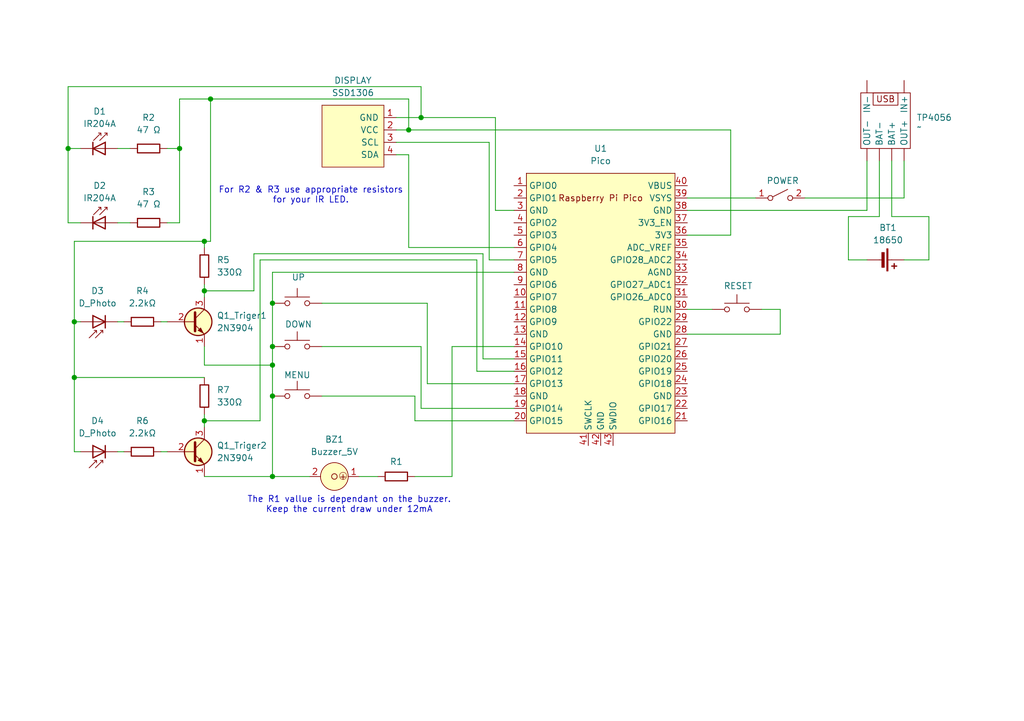
<source format=kicad_sch>
(kicad_sch (version 20231120) (generator "eeschema") (generator_version "8.0")
  (paper "A5")
  (lib_symbols
    (symbol "Device:Battery_Cell" (pin_numbers hide) (pin_names (offset 0) hide)
      (property "Reference" "BT" (at 2.54 2.54 0))
      (property "Value" "Battery_Cell" (at 2.54 0 0))
      (symbol "Battery_Cell_0_1"
        (rectangle (start -2.286 1.778) (end 2.286 1.524) (fill (type outline)))
        (rectangle (start -1.524 1.016) (end 1.524 0.508) (fill (type outline)))
        (polyline (pts (xy 0 0.762) (xy 0 0)))
        (polyline (pts (xy 0 1.778) (xy 0 2.54)))
        (polyline (pts (xy 0.762 3.048) (xy 1.778 3.048)) (stroke (width 0.254)))
        (polyline (pts (xy 1.27 3.556) (xy 1.27 2.54)) (stroke (width 0.254)))
      )
      (symbol "Battery_Cell_1_1"
        (pin passive line (at 0 5.08 270) (length 2.54) (name "+") (number "1"))
        (pin passive line (at 0 -2.54 90) (length 2.54) (name "-") (number "2"))
      )
    )
    (symbol "Device:D_Photo" (pin_numbers hide) (pin_names hide)
      (property "Reference" "D" (at 0.508 1.778 0))
      (property "Value" "D_Photo" (at -1.016 -2.794 0))
      (symbol "D_Photo_0_1"
        (polyline (pts (xy -2.54 1.27) (xy -2.54 -1.27)) (stroke (width 0.254)))
        (polyline (pts (xy -2.032 1.778) (xy -1.524 1.778)))
        (polyline (pts (xy 0 0) (xy -2.54 0)))
        (polyline (pts (xy -0.508 3.302) (xy -2.032 1.778) (xy -2.032 2.286)))
        (polyline (pts (xy 0 -1.27) (xy 0 1.27) (xy -2.54 0) (xy 0 -1.27)) (stroke (width 0.254)))
        (polyline (pts (xy 0.762 3.302) (xy -0.762 1.778) (xy -0.762 2.286) (xy -0.762 1.778) (xy -0.254 1.778)))
      )
      (symbol "D_Photo_1_1"
        (pin passive line (at -5.08 0 0) (length 2.54) (name "K") (number "1"))
        (pin passive line (at 2.54 0 180) (length 2.54) (name "A") (number "2"))
      )
    )
    (symbol "LED:IR204A" (pin_numbers hide) (pin_names (offset 1.016) hide)
      (property "Reference" "D" (at 0.508 1.778 0))
      (property "Value" "IR204A" (at -1.016 -2.794 0))
      (symbol "IR204A_0_1"
        (polyline (pts (xy -2.54 1.27) (xy -2.54 -1.27)) (stroke (width 0.254)))
        (polyline (pts (xy 0 0) (xy -2.54 0)))
        (polyline (pts (xy 0.381 3.175) (xy -0.127 3.175)))
        (polyline (pts (xy -1.143 1.651) (xy 0.381 3.175) (xy 0.381 2.667)))
        (polyline (pts (xy 0 1.27) (xy -2.54 0) (xy 0 -1.27) (xy 0 1.27)) (stroke (width 0.254)))
        (polyline (pts (xy -2.413 1.651) (xy -0.889 3.175) (xy -0.889 2.667) (xy -0.889 3.175) (xy -1.397 3.175)))
      )
      (symbol "IR204A_1_1"
        (pin passive line (at -5.08 0 0) (length 2.54) (name "K") (number "1"))
        (pin passive line (at 2.54 0 180) (length 2.54) (name "A") (number "2"))
      )
    )
    (symbol "MCU_RaspberryPi_and_Boards:Pico"
      (property "Reference" "U" (at -13.97 27.94 0))
      (property "Value" "Pico" (at 0 19.05 0))
      (symbol "Pico_0_0"
        (text "Raspberry Pi Pico" (at 0 21.59 0) (effects (font (size 1.27 1.27))))
      )
      (symbol "Pico_0_1"
        (rectangle (start -15.24 26.67) (end 15.24 -26.67) (fill (type background)))
      )
      (symbol "Pico_1_1"
        (pin bidirectional line (at -17.78 24.13 0) (length 2.54) (name "GPIO0") (number "1"))
        (pin bidirectional line (at -17.78 1.27 0) (length 2.54) (name "GPIO7") (number "10"))
        (pin bidirectional line (at -17.78 -1.27 0) (length 2.54) (name "GPIO8") (number "11"))
        (pin bidirectional line (at -17.78 -3.81 0) (length 2.54) (name "GPIO9") (number "12"))
        (pin power_in line (at -17.78 -6.35 0) (length 2.54) (name "GND") (number "13"))
        (pin bidirectional line (at -17.78 -8.89 0) (length 2.54) (name "GPIO10") (number "14"))
        (pin bidirectional line (at -17.78 -11.43 0) (length 2.54) (name "GPIO11") (number "15"))
        (pin bidirectional line (at -17.78 -13.97 0) (length 2.54) (name "GPIO12") (number "16"))
        (pin bidirectional line (at -17.78 -16.51 0) (length 2.54) (name "GPIO13") (number "17"))
        (pin power_in line (at -17.78 -19.05 0) (length 2.54) (name "GND") (number "18"))
        (pin bidirectional line (at -17.78 -21.59 0) (length 2.54) (name "GPIO14") (number "19"))
        (pin bidirectional line (at -17.78 21.59 0) (length 2.54) (name "GPIO1") (number "2"))
        (pin bidirectional line (at -17.78 -24.13 0) (length 2.54) (name "GPIO15") (number "20"))
        (pin bidirectional line (at 17.78 -24.13 180) (length 2.54) (name "GPIO16") (number "21"))
        (pin bidirectional line (at 17.78 -21.59 180) (length 2.54) (name "GPIO17") (number "22"))
        (pin power_in line (at 17.78 -19.05 180) (length 2.54) (name "GND") (number "23"))
        (pin bidirectional line (at 17.78 -16.51 180) (length 2.54) (name "GPIO18") (number "24"))
        (pin bidirectional line (at 17.78 -13.97 180) (length 2.54) (name "GPIO19") (number "25"))
        (pin bidirectional line (at 17.78 -11.43 180) (length 2.54) (name "GPIO20") (number "26"))
        (pin bidirectional line (at 17.78 -8.89 180) (length 2.54) (name "GPIO21") (number "27"))
        (pin power_in line (at 17.78 -6.35 180) (length 2.54) (name "GND") (number "28"))
        (pin bidirectional line (at 17.78 -3.81 180) (length 2.54) (name "GPIO22") (number "29"))
        (pin power_in line (at -17.78 19.05 0) (length 2.54) (name "GND") (number "3"))
        (pin input line (at 17.78 -1.27 180) (length 2.54) (name "RUN") (number "30"))
        (pin bidirectional line (at 17.78 1.27 180) (length 2.54) (name "GPIO26_ADC0") (number "31"))
        (pin bidirectional line (at 17.78 3.81 180) (length 2.54) (name "GPIO27_ADC1") (number "32"))
        (pin power_in line (at 17.78 6.35 180) (length 2.54) (name "AGND") (number "33"))
        (pin bidirectional line (at 17.78 8.89 180) (length 2.54) (name "GPIO28_ADC2") (number "34"))
        (pin power_in line (at 17.78 11.43 180) (length 2.54) (name "ADC_VREF") (number "35"))
        (pin power_in line (at 17.78 13.97 180) (length 2.54) (name "3V3") (number "36"))
        (pin input line (at 17.78 16.51 180) (length 2.54) (name "3V3_EN") (number "37"))
        (pin bidirectional line (at 17.78 19.05 180) (length 2.54) (name "GND") (number "38"))
        (pin power_in line (at 17.78 21.59 180) (length 2.54) (name "VSYS") (number "39"))
        (pin bidirectional line (at -17.78 16.51 0) (length 2.54) (name "GPIO2") (number "4"))
        (pin power_in line (at 17.78 24.13 180) (length 2.54) (name "VBUS") (number "40"))
        (pin input line (at -2.54 -29.21 90) (length 2.54) (name "SWCLK") (number "41"))
        (pin power_in line (at 0 -29.21 90) (length 2.54) (name "GND") (number "42"))
        (pin bidirectional line (at 2.54 -29.21 90) (length 2.54) (name "SWDIO") (number "43"))
        (pin bidirectional line (at -17.78 13.97 0) (length 2.54) (name "GPIO3") (number "5"))
        (pin bidirectional line (at -17.78 11.43 0) (length 2.54) (name "GPIO4") (number "6"))
        (pin bidirectional line (at -17.78 8.89 0) (length 2.54) (name "GPIO5") (number "7"))
        (pin power_in line (at -17.78 6.35 0) (length 2.54) (name "GND") (number "8"))
        (pin bidirectional line (at -17.78 3.81 0) (length 2.54) (name "GPIO6") (number "9"))
      )
    )
    (symbol "PCM_SL_Devices:Buzzer_5V"
      (property "Reference" "BZ" (at 0 7.62 0))
      (property "Value" "Buzzer_5V" (at 0 5.08 0))
      (symbol "Buzzer_5V_0_0"
        (circle (center -1.778 -0.127) (radius 0.7405) (stroke (width 0.07)))
        (text "+" (at -1.778 0 0) (effects (font (size 1.27 1.27))))
      )
      (symbol "Buzzer_5V_0_1"
        (circle (center 0 0) (radius 0.568))
        (circle (center 0 0) (radius 2.8398) (fill (type background)))
      )
      (symbol "Buzzer_5V_1_1"
        (pin passive line (at -5.08 0 0) (length 2.2) (name "") (number "1"))
        (pin passive line (at 5.08 0 180) (length 2.2) (name "") (number "2"))
      )
    )
    (symbol "PCM_SL_Resistors:Resistor"
      (property "Reference" "R" (at 0 5.08 0))
      (property "Value" "Resistor" (at 0 2.54 0))
      (symbol "Resistor_0_1"
        (rectangle (start -2.286 0.889) (end 2.286 -0.889) (stroke (width 0.24)))
      )
      (symbol "Resistor_1_1"
        (pin passive line (at -3.81 0 0) (length 1.5) (name "") (number "1"))
        (pin passive line (at 3.81 0 180) (length 1.5) (name "~") (number "2"))
      )
    )
    (symbol "PCM_Transistor_BJT_AKL:2N3904" (pin_names hide)
      (property "Reference" "Q" (at 5.08 1.27 0))
      (property "Value" "2N3904" (at 5.08 -1.27 0))
      (symbol "2N3904_0_1"
        (polyline (pts (xy 0.635 0.635) (xy 2.54 2.54)))
        (polyline (pts (xy 0.635 -0.635) (xy 2.54 -2.54) (xy 2.54 -2.54)))
        (polyline (pts (xy 0.635 1.905) (xy 0.635 -1.905) (xy 0.635 -1.905)) (stroke (width 0.508)))
        (polyline (pts (xy 1.27 -1.778) (xy 1.778 -1.27) (xy 2.286 -2.286) (xy 1.27 -1.778) (xy 1.27 -1.778)) (fill (type outline)))
        (circle (center 1.27 0) (radius 2.8194) (stroke (width 0.254)) (fill (type background)))
      )
      (symbol "2N3904_1_1"
        (pin passive line (at 2.54 -5.08 90) (length 2.54) (name "E") (number "1"))
        (pin passive line (at -5.08 0 0) (length 5.715) (name "B") (number "2"))
        (pin passive line (at 2.54 5.08 270) (length 2.54) (name "C") (number "3"))
      )
    )
    (symbol "Power_Management:TP4056_MODULE"
      (property "Reference" "TP4056" (at 0 3.81 0))
      (symbol "TP4056_MODULE_0_1"
        (rectangle (start -5.08 -1.27) (end 5.08 -12.7))
        (rectangle (start -2.54 -1.27) (end 2.54 -3.81))
      )
      (symbol "TP4056_MODULE_1_1"
        (text "USB" (at 0 -2.54 0) (effects (font (size 1.27 1.27))))
        (pin bidirectional line (at 1.27 -15.24 90) (length 2.54) (name "BAT+") (number ""))
        (pin bidirectional line (at -1.27 -15.24 90) (length 2.54) (name "BAT-") (number ""))
        (pin input line (at 3.81 1.27 270) (length 2.54) (name "IN+") (number ""))
        (pin input line (at -3.81 1.27 270) (length 2.54) (name "IN-") (number ""))
        (pin output line (at 3.81 -15.24 90) (length 2.54) (name "OUT+") (number ""))
        (pin output line (at -3.81 -15.24 90) (length 2.54) (name "OUT-") (number ""))
      )
    )
    (symbol "SSD1306-128x64_OLED:SSD1306" (pin_names (offset 1.016))
      (property "Reference" "Brd" (at 0 -3.81 0))
      (property "Value" "SSD1306" (at 0 -1.27 0))
      (symbol "SSD1306_0_1"
        (rectangle (start -6.35 6.35) (end 6.35 -6.35) (fill (type background)))
      )
      (symbol "SSD1306_1_1"
        (pin input line (at -3.81 8.89 270) (length 2.54) (name "GND") (number "1"))
        (pin input line (at -1.27 8.89 270) (length 2.54) (name "VCC") (number "2"))
        (pin input line (at 1.27 8.89 270) (length 2.54) (name "SCL") (number "3"))
        (pin input line (at 3.81 8.89 270) (length 2.54) (name "SDA") (number "4"))
      )
    )
    (symbol "Switch:SW_Push" (pin_numbers hide) (pin_names (offset 1.016) hide)
      (property "Reference" "SW" (at 1.27 2.54 0))
      (property "Value" "SW_Push" (at 0 -1.524 0))
      (symbol "SW_Push_0_1"
        (circle (center -2.032 0) (radius 0.508))
        (polyline (pts (xy 0 1.27) (xy 0 3.048)))
        (polyline (pts (xy 2.54 1.27) (xy -2.54 1.27)))
        (circle (center 2.032 0) (radius 0.508))
        (pin passive line (at -5.08 0 0) (length 2.54) (name "1") (number "1"))
        (pin passive line (at 5.08 0 180) (length 2.54) (name "2") (number "2"))
      )
    )
    (symbol "Switch:SW_SPST" (pin_names (offset 0) hide)
      (property "Reference" "SW" (at 0 3.175 0))
      (property "Value" "SW_SPST" (at 0 -2.54 0))
      (symbol "SW_SPST_0_0"
        (circle (center -2.032 0) (radius 0.508))
        (polyline (pts (xy -1.524 0.254) (xy 1.524 1.778)))
        (circle (center 2.032 0) (radius 0.508))
      )
      (symbol "SW_SPST_1_1"
        (pin passive line (at -5.08 0 0) (length 2.54) (name "A") (number "1"))
        (pin passive line (at 5.08 0 180) (length 2.54) (name "B") (number "2"))
      )
    )
  )
  (junction (at 36.83 30.48))
  (junction (at 15.24 77.47))
  (junction (at 86.36 24.13))
  (junction (at 43.18 20.32))
  (junction (at 41.91 49.53))
  (junction (at 83.82 26.67))
  (junction (at 55.88 74.93))
  (junction (at 55.88 71.12))
  (junction (at 55.88 81.28))
  (junction (at 55.88 97.79))
  (junction (at 15.24 66.04))
  (junction (at 41.91 86.36))
  (junction (at 41.91 59.69))
  (junction (at 13.97 30.48))
  (junction (at 55.88 62.23))
  (wire (pts (xy 55.88 71.12) (xy 55.88 74.93)))
  (wire (pts (xy 105.41 50.8) (xy 83.82 50.8)))
  (wire (pts (xy 87.63 62.23) (xy 87.63 78.74)))
  (wire (pts (xy 149.86 26.67) (xy 149.86 48.26)))
  (wire (pts (xy 24.13 92.71) (xy 25.4 92.71)))
  (wire (pts (xy 55.88 74.93) (xy 55.88 81.28)))
  (wire (pts (xy 41.91 74.93) (xy 55.88 74.93)))
  (wire (pts (xy 173.99 53.34) (xy 173.99 44.45)))
  (wire (pts (xy 160.02 68.58) (xy 140.97 68.58)))
  (wire (pts (xy 24.13 30.48) (xy 26.67 30.48)))
  (wire (pts (xy 41.91 59.69) (xy 52.07 59.69)))
  (wire (pts (xy 15.24 92.71) (xy 15.24 77.47)))
  (wire (pts (xy 190.5 53.34) (xy 185.42 53.34)))
  (wire (pts (xy 101.6 43.18) (xy 101.6 24.13)))
  (wire (pts (xy 81.28 26.67) (xy 83.82 26.67)))
  (wire (pts (xy 55.88 97.79) (xy 55.88 81.28)))
  (wire (pts (xy 55.88 62.23) (xy 55.88 55.88)))
  (wire (pts (xy 92.71 97.79) (xy 85.09 97.79)))
  (wire (pts (xy 55.88 55.88) (xy 105.41 55.88)))
  (wire (pts (xy 24.13 66.04) (xy 25.4 66.04)))
  (wire (pts (xy 100.33 29.21) (xy 100.33 53.34)))
  (wire (pts (xy 97.79 76.2) (xy 105.41 76.2)))
  (wire (pts (xy 182.88 33.02) (xy 182.88 44.45)))
  (wire (pts (xy 177.8 43.18) (xy 140.97 43.18)))
  (wire (pts (xy 87.63 78.74) (xy 105.41 78.74)))
  (wire (pts (xy 33.02 92.71) (xy 34.29 92.71)))
  (wire (pts (xy 15.24 66.04) (xy 16.51 66.04)))
  (wire (pts (xy 83.82 26.67) (xy 149.86 26.67)))
  (wire (pts (xy 182.88 44.45) (xy 190.5 44.45)))
  (wire (pts (xy 36.83 30.48) (xy 36.83 45.72)))
  (wire (pts (xy 85.09 81.28) (xy 85.09 86.36)))
  (wire (pts (xy 86.36 17.78) (xy 86.36 24.13)))
  (wire (pts (xy 86.36 83.82) (xy 105.41 83.82)))
  (wire (pts (xy 53.34 53.34) (xy 53.34 86.36)))
  (wire (pts (xy 177.8 33.02) (xy 177.8 43.18)))
  (wire (pts (xy 16.51 45.72) (xy 13.97 45.72)))
  (wire (pts (xy 190.5 44.45) (xy 190.5 53.34)))
  (wire (pts (xy 97.79 53.34) (xy 97.79 76.2)))
  (wire (pts (xy 15.24 77.47) (xy 15.24 66.04)))
  (wire (pts (xy 41.91 49.53) (xy 41.91 50.8)))
  (wire (pts (xy 41.91 58.42) (xy 41.91 59.69)))
  (wire (pts (xy 13.97 30.48) (xy 13.97 45.72)))
  (wire (pts (xy 99.06 73.66) (xy 99.06 52.07)))
  (wire (pts (xy 140.97 48.26) (xy 149.86 48.26)))
  (wire (pts (xy 156.21 63.5) (xy 160.02 63.5)))
  (wire (pts (xy 52.07 52.07) (xy 52.07 59.69)))
  (wire (pts (xy 99.06 52.07) (xy 52.07 52.07)))
  (wire (pts (xy 13.97 17.78) (xy 86.36 17.78)))
  (wire (pts (xy 24.13 45.72) (xy 26.67 45.72)))
  (wire (pts (xy 16.51 30.48) (xy 13.97 30.48)))
  (wire (pts (xy 43.18 20.32) (xy 83.82 20.32)))
  (wire (pts (xy 85.09 86.36) (xy 105.41 86.36)))
  (wire (pts (xy 41.91 59.69) (xy 41.91 60.96)))
  (wire (pts (xy 15.24 66.04) (xy 15.24 49.53)))
  (wire (pts (xy 33.02 66.04) (xy 34.29 66.04)))
  (wire (pts (xy 66.04 71.12) (xy 86.36 71.12)))
  (wire (pts (xy 43.18 20.32) (xy 43.18 49.53)))
  (wire (pts (xy 105.41 73.66) (xy 99.06 73.66)))
  (wire (pts (xy 16.51 92.71) (xy 15.24 92.71)))
  (wire (pts (xy 34.29 30.48) (xy 36.83 30.48)))
  (wire (pts (xy 41.91 71.12) (xy 41.91 74.93)))
  (wire (pts (xy 185.42 33.02) (xy 185.42 40.64)))
  (wire (pts (xy 83.82 31.75) (xy 81.28 31.75)))
  (wire (pts (xy 15.24 49.53) (xy 41.91 49.53)))
  (wire (pts (xy 83.82 20.32) (xy 83.82 26.67)))
  (wire (pts (xy 86.36 71.12) (xy 86.36 83.82)))
  (wire (pts (xy 66.04 62.23) (xy 87.63 62.23)))
  (wire (pts (xy 41.91 85.09) (xy 41.91 86.36)))
  (wire (pts (xy 34.29 45.72) (xy 36.83 45.72)))
  (wire (pts (xy 105.41 71.12) (xy 92.71 71.12)))
  (wire (pts (xy 173.99 44.45) (xy 180.34 44.45)))
  (wire (pts (xy 63.5 97.79) (xy 55.88 97.79)))
  (wire (pts (xy 41.91 86.36) (xy 41.91 87.63)))
  (wire (pts (xy 81.28 24.13) (xy 86.36 24.13)))
  (wire (pts (xy 160.02 63.5) (xy 160.02 68.58)))
  (wire (pts (xy 105.41 43.18) (xy 101.6 43.18)))
  (wire (pts (xy 73.66 97.79) (xy 77.47 97.79)))
  (wire (pts (xy 180.34 44.45) (xy 180.34 33.02)))
  (wire (pts (xy 165.1 40.64) (xy 185.42 40.64)))
  (wire (pts (xy 177.8 53.34) (xy 173.99 53.34)))
  (wire (pts (xy 41.91 77.47) (xy 15.24 77.47)))
  (wire (pts (xy 41.91 49.53) (xy 43.18 49.53)))
  (wire (pts (xy 92.71 71.12) (xy 92.71 97.79)))
  (wire (pts (xy 140.97 40.64) (xy 154.94 40.64)))
  (wire (pts (xy 83.82 50.8) (xy 83.82 31.75)))
  (wire (pts (xy 81.28 29.21) (xy 100.33 29.21)))
  (wire (pts (xy 36.83 20.32) (xy 43.18 20.32)))
  (wire (pts (xy 140.97 63.5) (xy 146.05 63.5)))
  (wire (pts (xy 53.34 86.36) (xy 41.91 86.36)))
  (wire (pts (xy 55.88 62.23) (xy 55.88 71.12)))
  (wire (pts (xy 66.04 81.28) (xy 85.09 81.28)))
  (wire (pts (xy 13.97 30.48) (xy 13.97 17.78)))
  (wire (pts (xy 100.33 53.34) (xy 105.41 53.34)))
  (wire (pts (xy 36.83 20.32) (xy 36.83 30.48)))
  (wire (pts (xy 41.91 97.79) (xy 55.88 97.79)))
  (wire (pts (xy 97.79 53.34) (xy 53.34 53.34)))
  (wire (pts (xy 86.36 24.13) (xy 101.6 24.13)))
  (text "For R2 & R3 use appropriate resistors\nfor your IR LED." (at 63.754 40.132 0) (effects (font (size 1.27 1.27))))
  (text "The R1 vallue is dependant on the buzzer.\nKeep the current draw under 12mA" (at 71.628 103.632 0) (effects (font (size 1.27 1.27))))
  (symbol (lib_id "PCM_SL_Resistors:Resistor") (at 29.21 92.71 0) (unit 1)
    (property "Reference" "R6" (at 29.21 86.36 0))
    (property "Value" "2.2kΩ" (at 29.21 88.9 0))
    (property "Footprint" "Resistor_THT:R_Axial_DIN0207_L6.3mm_D2.5mm_P10.16mm_Horizontal" (effects (hide yes)))
    (property "Description" "1/4W Resistor" (effects (hide yes)))
  )
  (symbol (lib_id "Switch:SW_SPST") (at 160.02 40.64 0) (unit 1)
    (property "Reference" "POWER" (at 160.528 37.084 0))
    (property "Value" "SW_SPST" (effects (hide yes)))
    (property "Description" "Single Pole Single Throw (SPST) switch" (effects (hide yes)))
  )
  (symbol (lib_id "Device:D_Photo") (at 19.05 92.71 180) (unit 1)
    (property "Reference" "D4" (at 20.0025 86.36 0))
    (property "Value" "D_Photo" (at 20.0025 88.9 0))
    (property "Description" "Photodiode" (effects (hide yes)))
  )
  (symbol (lib_id "Switch:SW_Push") (at 151.13 63.5 0) (unit 1)
    (property "Reference" "RESET" (at 151.384 58.674 0))
    (property "Value" "SW_Push" (effects (hide yes)))
    (property "Description" "Push button switch, generic, two pins" (effects (hide yes)))
  )
  (symbol (lib_id "PCM_SL_Resistors:Resistor") (at 41.91 54.61 90) (unit 1)
    (property "Reference" "R5" (at 44.45 53.3399 90) (effects (justify right)))
    (property "Value" "330Ω" (at 44.45 55.8799 90) (effects (justify right)))
    (property "Footprint" "Resistor_THT:R_Axial_DIN0207_L6.3mm_D2.5mm_P10.16mm_Horizontal" (effects (hide yes)))
    (property "Description" "1/4W Resistor" (effects (hide yes)))
  )
  (symbol (lib_id "PCM_SL_Resistors:Resistor") (at 81.28 97.79 0) (unit 1)
    (property "Reference" "R1" (at 81.28 94.742 0))
    (property "Value" "Resistor" (effects (hide yes)))
    (property "Footprint" "Resistor_THT:R_Axial_DIN0207_L6.3mm_D2.5mm_P10.16mm_Horizontal" (effects (hide yes)))
    (property "Description" "1/4W Resistor" (effects (hide yes)))
  )
  (symbol (lib_id "PCM_SL_Resistors:Resistor") (at 30.48 45.72 0) (unit 1)
    (property "Reference" "R3" (at 30.48 39.37 0))
    (property "Value" "47 Ω" (at 30.48 41.91 0))
    (property "Footprint" "Resistor_THT:R_Axial_DIN0207_L6.3mm_D2.5mm_P10.16mm_Horizontal" (effects (hide yes)))
    (property "Description" "1/4W Resistor" (effects (hide yes)))
  )
  (symbol (lib_id "Switch:SW_Push") (at 60.96 81.28 0) (unit 1)
    (property "Reference" "MENU" (at 60.96 76.962 0))
    (property "Value" "SW_Push" (effects (hide yes)))
    (property "Description" "Push button switch, generic, two pins" (effects (hide yes)))
  )
  (symbol (lib_id "Switch:SW_Push") (at 60.96 71.12 0) (unit 1)
    (property "Reference" "DOWN" (at 61.214 66.548 0))
    (property "Value" "SW_Push" (effects (hide yes)))
    (property "Description" "Push button switch, generic, two pins" (effects (hide yes)))
  )
  (symbol (lib_id "Device:D_Photo") (at 19.05 66.04 180) (unit 1)
    (property "Reference" "D3" (at 20.0025 59.69 0))
    (property "Value" "D_Photo" (at 20.0025 62.23 0))
    (property "Description" "Photodiode" (effects (hide yes)))
  )
  (symbol (lib_id "PCM_Transistor_BJT_AKL:2N3904") (at 39.37 92.71 0) (unit 1)
    (property "Reference" "Q1_Triger2" (at 44.45 91.4399 0) (effects (justify left)))
    (property "Value" "2N3904" (at 44.45 93.9799 0) (effects (justify left)))
    (property "Footprint" "Package_TO_SOT_THT_AKL:TO-92_Inline_Wide_EBC" (effects (hide yes)))
    (property "Datasheet" "https://www.tme.eu/Document/12bff749841e3a356e683e9a8e7e4119/2N3904BU-DTE.pdf" (effects (hide yes)))
    (property "Description" "NPN TO-92 transistor, 40V, 200mA, 625mW, Complementary to 2N3906, Alternate KiCAD Library" (effects (hide yes)))
  )
  (symbol (lib_id "LED:IR204A") (at 21.59 45.72 0) (unit 1)
    (property "Reference" "D2" (at 20.447 38.1 0))
    (property "Value" "IR204A" (at 20.447 40.64 0))
    (property "Footprint" "LED_THT:LED_D3.0mm_IRBlack" (effects (hide yes)))
    (property "Datasheet" "http://www.everlight.com/file/ProductFile/IR204-A.pdf" (effects (hide yes)))
    (property "Description" "Infrared LED , 3mm LED package" (effects (hide yes)))
  )
  (symbol (lib_id "Device:Battery_Cell") (at 180.34 53.34 270) (unit 1)
    (property "Reference" "BT1" (at 182.118 46.736 90))
    (property "Value" "18650" (at 182.118 49.276 90))
    (property "Description" "Single-cell battery" (effects (hide yes)))
  )
  (symbol (lib_id "Switch:SW_Push") (at 60.96 62.23 0) (unit 1)
    (property "Reference" "UP" (at 61.214 56.896 0))
    (property "Value" "SW_Push" (effects (hide yes)))
    (property "Description" "Push button switch, generic, two pins" (effects (hide yes)))
  )
  (symbol (lib_id "PCM_SL_Devices:Buzzer_5V") (at 68.58 97.79 180) (unit 1)
    (property "Reference" "BZ1" (at 68.58 90.17 0))
    (property "Value" "Buzzer_5V" (at 68.58 92.71 0))
    (property "Footprint" "Buzzer_Beeper:MagneticBuzzer_ProSignal_ABT-410-RC" (effects (hide yes)))
    (property "Description" "Buzzer 5V" (effects (hide yes)))
  )
  (symbol (lib_id "PCM_Transistor_BJT_AKL:2N3904") (at 39.37 66.04 0) (unit 1)
    (property "Reference" "Q1_Triger1" (at 44.45 64.7699 0) (effects (justify left)))
    (property "Value" "2N3904" (at 44.45 67.3099 0) (effects (justify left)))
    (property "Footprint" "Package_TO_SOT_THT_AKL:TO-92_Inline_Wide_EBC" (effects (hide yes)))
    (property "Datasheet" "https://www.tme.eu/Document/12bff749841e3a356e683e9a8e7e4119/2N3904BU-DTE.pdf" (effects (hide yes)))
    (property "Description" "NPN TO-92 transistor, 40V, 200mA, 625mW, Complementary to 2N3906, Alternate KiCAD Library" (effects (hide yes)))
  )
  (symbol (lib_id "LED:IR204A") (at 21.59 30.48 0) (unit 1)
    (property "Reference" "D1" (at 20.447 22.86 0))
    (property "Value" "IR204A" (at 20.447 25.4 0))
    (property "Footprint" "LED_THT:LED_D3.0mm_IRBlack" (effects (hide yes)))
    (property "Datasheet" "http://www.everlight.com/file/ProductFile/IR204-A.pdf" (effects (hide yes)))
    (property "Description" "Infrared LED , 3mm LED package" (effects (hide yes)))
  )
  (symbol (lib_id "PCM_SL_Resistors:Resistor") (at 41.91 81.28 90) (unit 1)
    (property "Reference" "R7" (at 44.45 80.0099 90) (effects (justify right)))
    (property "Value" "330Ω" (at 44.45 82.5499 90) (effects (justify right)))
    (property "Footprint" "Resistor_THT:R_Axial_DIN0207_L6.3mm_D2.5mm_P10.16mm_Horizontal" (effects (hide yes)))
    (property "Description" "1/4W Resistor" (effects (hide yes)))
  )
  (symbol (lib_id "MCU_RaspberryPi_and_Boards:Pico") (at 123.19 62.23 0) (unit 1)
    (property "Reference" "U1" (at 123.19 30.48 0))
    (property "Value" "Pico" (at 123.19 33.02 0))
    (property "Footprint" "RPi_Pico:RPi_Pico_SMD_TH" (effects (hide yes)))
  )
  (symbol (lib_id "SSD1306-128x64_OLED:SSD1306") (at 72.39 27.94 270) (unit 1)
    (property "Reference" "DISPLAY" (at 72.39 16.51 90))
    (property "Value" "SSD1306" (at 72.39 19.05 90))
  )
  (symbol (lib_id "PCM_SL_Resistors:Resistor") (at 29.21 66.04 0) (unit 1)
    (property "Reference" "R4" (at 29.21 59.69 0))
    (property "Value" "2.2kΩ" (at 29.21 62.23 0))
    (property "Footprint" "Resistor_THT:R_Axial_DIN0207_L6.3mm_D2.5mm_P10.16mm_Horizontal" (effects (hide yes)))
    (property "Description" "1/4W Resistor" (effects (hide yes)))
  )
  (symbol (lib_id "PCM_SL_Resistors:Resistor") (at 30.48 30.48 0) (unit 1)
    (property "Reference" "R2" (at 30.48 24.13 0))
    (property "Value" "47 Ω" (at 30.48 26.67 0))
    (property "Footprint" "Resistor_THT:R_Axial_DIN0207_L6.3mm_D2.5mm_P10.16mm_Horizontal" (effects (hide yes)))
    (property "Description" "1/4W Resistor" (effects (hide yes)))
  )
  (symbol (lib_id "Power_Management:TP4056_MODULE") (at 181.61 17.78 0) (unit 1)
    (property "Reference" "TP4056" (at 187.96 24.1299 0) (effects (justify left)))
    (property "Value" "~" (at 187.96 26.035 0) (effects (justify left)))
  )
)
</source>
